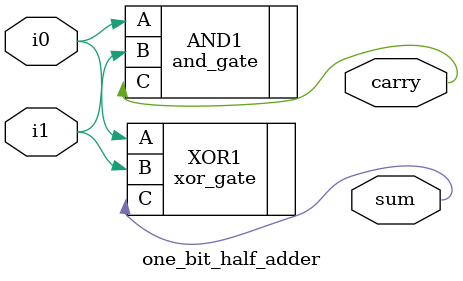
<source format=v>
`timescale 1ns / 1ps

module one_bit_half_adder(
    input i0,
    input i1,
    output carry,
    output sum);
   
    and_gate AND1(.A(i0),.B(i1),.C(carry));
    xor_gate XOR1(.A(i0), .B(i1),.C(sum));

endmodule

</source>
